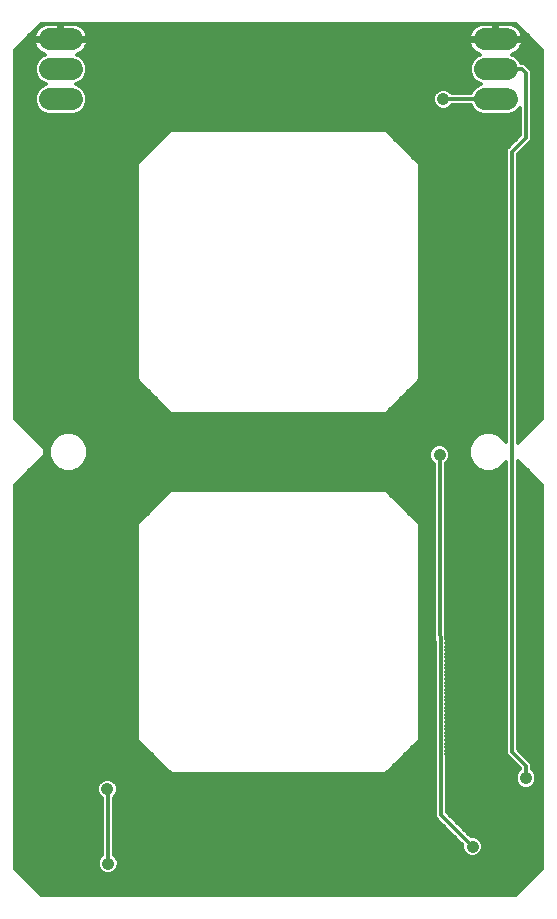
<source format=gbl>
G75*
%MOIN*%
%OFA0B0*%
%FSLAX25Y25*%
%IPPOS*%
%LPD*%
%AMOC8*
5,1,8,0,0,1.08239X$1,22.5*
%
%ADD10C,0.07400*%
%ADD11C,0.04165*%
%ADD12C,0.04362*%
%ADD13C,0.01200*%
D10*
X0030400Y0289100D02*
X0037800Y0289100D01*
X0037800Y0299100D02*
X0030400Y0299100D01*
X0030400Y0309100D02*
X0037800Y0309100D01*
X0175400Y0309100D02*
X0182800Y0309100D01*
X0182800Y0299100D02*
X0175400Y0299100D01*
X0175400Y0289100D02*
X0182800Y0289100D01*
D11*
X0161600Y0289100D03*
X0151600Y0186600D03*
X0160300Y0170600D03*
X0171600Y0181600D03*
X0151600Y0066600D03*
X0171600Y0049100D03*
X0171295Y0040045D03*
X0186600Y0031600D03*
X0189100Y0062850D03*
X0061600Y0066600D03*
X0049602Y0059100D03*
X0049800Y0034400D03*
X0031600Y0181600D03*
X0056600Y0186600D03*
X0061600Y0276600D03*
D12*
X0150350Y0155350D03*
X0026600Y0031600D03*
D13*
X0027511Y0023800D02*
X0018800Y0032511D01*
X0018800Y0160689D01*
X0028800Y0170689D01*
X0028800Y0172511D01*
X0027511Y0173800D01*
X0018800Y0182511D01*
X0018800Y0305689D01*
X0027511Y0314400D01*
X0185689Y0314400D01*
X0194400Y0305689D01*
X0194400Y0182511D01*
X0186400Y0174511D01*
X0186400Y0270772D01*
X0189928Y0274300D01*
X0191100Y0275472D01*
X0191100Y0298678D01*
X0189928Y0299850D01*
X0189850Y0299928D01*
X0188678Y0301100D01*
X0187492Y0301100D01*
X0187124Y0301989D01*
X0185689Y0303424D01*
X0184279Y0304008D01*
X0184834Y0304188D01*
X0185578Y0304567D01*
X0186253Y0305057D01*
X0186843Y0305647D01*
X0187333Y0306322D01*
X0187712Y0307066D01*
X0187969Y0307859D01*
X0188087Y0308600D01*
X0179600Y0308600D01*
X0179600Y0309600D01*
X0178600Y0309600D01*
X0178600Y0314400D01*
X0174983Y0314400D01*
X0174159Y0314269D01*
X0173366Y0314012D01*
X0172622Y0313633D01*
X0171947Y0313143D01*
X0171357Y0312553D01*
X0170867Y0311878D01*
X0170488Y0311134D01*
X0170230Y0310341D01*
X0170113Y0309600D01*
X0178600Y0309600D01*
X0178600Y0308600D01*
X0170113Y0308600D01*
X0170230Y0307859D01*
X0170488Y0307066D01*
X0170867Y0306322D01*
X0171357Y0305647D01*
X0171947Y0305057D01*
X0172622Y0304567D01*
X0173366Y0304188D01*
X0173921Y0304008D01*
X0172511Y0303424D01*
X0171076Y0301989D01*
X0170300Y0300114D01*
X0170300Y0298086D01*
X0171076Y0296211D01*
X0172511Y0294776D01*
X0174144Y0294100D01*
X0172511Y0293424D01*
X0171076Y0291989D01*
X0170708Y0291100D01*
X0164525Y0291100D01*
X0163573Y0292052D01*
X0162293Y0292583D01*
X0160907Y0292583D01*
X0159627Y0292052D01*
X0158648Y0291073D01*
X0158117Y0289793D01*
X0158117Y0288407D01*
X0158648Y0287127D01*
X0159627Y0286148D01*
X0160907Y0285617D01*
X0162293Y0285617D01*
X0163573Y0286148D01*
X0164525Y0287100D01*
X0170708Y0287100D01*
X0171076Y0286211D01*
X0172511Y0284776D01*
X0174386Y0284000D01*
X0183814Y0284000D01*
X0185689Y0284776D01*
X0187100Y0286188D01*
X0187100Y0277128D01*
X0183572Y0273600D01*
X0182400Y0272428D01*
X0182400Y0174844D01*
X0182195Y0175339D01*
X0180339Y0177195D01*
X0177913Y0178200D01*
X0175287Y0178200D01*
X0172861Y0177195D01*
X0171005Y0175339D01*
X0170000Y0172913D01*
X0170000Y0170287D01*
X0171005Y0167861D01*
X0172861Y0166005D01*
X0175287Y0165000D01*
X0177913Y0165000D01*
X0180339Y0166005D01*
X0182195Y0167861D01*
X0182400Y0168356D01*
X0182400Y0070772D01*
X0187100Y0066072D01*
X0187100Y0065775D01*
X0186148Y0064823D01*
X0185617Y0063543D01*
X0185617Y0062157D01*
X0186148Y0060877D01*
X0187127Y0059898D01*
X0188407Y0059367D01*
X0189793Y0059367D01*
X0191073Y0059898D01*
X0192052Y0060877D01*
X0192583Y0062157D01*
X0192583Y0063543D01*
X0192052Y0064823D01*
X0191100Y0065775D01*
X0191100Y0067728D01*
X0189928Y0068900D01*
X0186400Y0072428D01*
X0186400Y0168689D01*
X0194400Y0160689D01*
X0194400Y0032511D01*
X0185689Y0023800D01*
X0027511Y0023800D01*
X0027294Y0024017D02*
X0185906Y0024017D01*
X0187104Y0025215D02*
X0026096Y0025215D01*
X0024897Y0026414D02*
X0188303Y0026414D01*
X0189501Y0027612D02*
X0023699Y0027612D01*
X0022500Y0028811D02*
X0190700Y0028811D01*
X0191898Y0030009D02*
X0021302Y0030009D01*
X0020103Y0031208D02*
X0048406Y0031208D01*
X0047827Y0031448D02*
X0049107Y0030917D01*
X0050493Y0030917D01*
X0051773Y0031448D01*
X0052752Y0032427D01*
X0053283Y0033707D01*
X0053283Y0035093D01*
X0052752Y0036373D01*
X0051800Y0037325D01*
X0051800Y0056373D01*
X0052554Y0057127D01*
X0053085Y0058407D01*
X0053085Y0059793D01*
X0052554Y0061073D01*
X0051575Y0062052D01*
X0050295Y0062583D01*
X0048909Y0062583D01*
X0047629Y0062052D01*
X0046649Y0061073D01*
X0046119Y0059793D01*
X0046119Y0058407D01*
X0046649Y0057127D01*
X0047629Y0056148D01*
X0047800Y0056077D01*
X0047800Y0037325D01*
X0046848Y0036373D01*
X0046317Y0035093D01*
X0046317Y0033707D01*
X0046848Y0032427D01*
X0047827Y0031448D01*
X0046868Y0032406D02*
X0018905Y0032406D01*
X0018800Y0033605D02*
X0046360Y0033605D01*
X0046317Y0034803D02*
X0018800Y0034803D01*
X0018800Y0036002D02*
X0046694Y0036002D01*
X0047675Y0037201D02*
X0018800Y0037201D01*
X0018800Y0038399D02*
X0047800Y0038399D01*
X0047800Y0039598D02*
X0018800Y0039598D01*
X0018800Y0040796D02*
X0047800Y0040796D01*
X0047800Y0041995D02*
X0018800Y0041995D01*
X0018800Y0043193D02*
X0047800Y0043193D01*
X0047800Y0044392D02*
X0018800Y0044392D01*
X0018800Y0045590D02*
X0047800Y0045590D01*
X0047800Y0046789D02*
X0018800Y0046789D01*
X0018800Y0047987D02*
X0047800Y0047987D01*
X0047800Y0049186D02*
X0018800Y0049186D01*
X0018800Y0050384D02*
X0047800Y0050384D01*
X0047800Y0051583D02*
X0018800Y0051583D01*
X0018800Y0052781D02*
X0047800Y0052781D01*
X0047800Y0053980D02*
X0018800Y0053980D01*
X0018800Y0055178D02*
X0047800Y0055178D01*
X0047400Y0056377D02*
X0018800Y0056377D01*
X0018800Y0057575D02*
X0046464Y0057575D01*
X0046119Y0058774D02*
X0018800Y0058774D01*
X0018800Y0059972D02*
X0046194Y0059972D01*
X0046747Y0061171D02*
X0018800Y0061171D01*
X0018800Y0062369D02*
X0048394Y0062369D01*
X0050810Y0062369D02*
X0158634Y0062369D01*
X0158637Y0061171D02*
X0052456Y0061171D01*
X0053010Y0059972D02*
X0158641Y0059972D01*
X0158645Y0058774D02*
X0053085Y0058774D01*
X0052740Y0057575D02*
X0158649Y0057575D01*
X0158652Y0056377D02*
X0051804Y0056377D01*
X0051800Y0055178D02*
X0158656Y0055178D01*
X0158660Y0053980D02*
X0051800Y0053980D01*
X0051800Y0052781D02*
X0158663Y0052781D01*
X0158667Y0051583D02*
X0051800Y0051583D01*
X0051800Y0050384D02*
X0158670Y0050384D01*
X0158670Y0050665D02*
X0158670Y0049841D01*
X0158672Y0049839D01*
X0158672Y0049835D01*
X0159258Y0049253D01*
X0167812Y0040699D01*
X0167812Y0039352D01*
X0168342Y0038072D01*
X0169322Y0037092D01*
X0170602Y0036562D01*
X0171988Y0036562D01*
X0173268Y0037092D01*
X0174247Y0038072D01*
X0174778Y0039352D01*
X0174778Y0040738D01*
X0174247Y0042018D01*
X0173268Y0042997D01*
X0171988Y0043528D01*
X0170641Y0043528D01*
X0162667Y0051501D01*
X0162309Y0167684D01*
X0163252Y0168627D01*
X0163783Y0169907D01*
X0163783Y0171293D01*
X0163252Y0172573D01*
X0162273Y0173552D01*
X0160993Y0174083D01*
X0159607Y0174083D01*
X0158327Y0173552D01*
X0157348Y0172573D01*
X0156817Y0171293D01*
X0156817Y0169907D01*
X0157348Y0168627D01*
X0158309Y0167666D01*
X0158670Y0050665D01*
X0159326Y0049186D02*
X0051800Y0049186D01*
X0051800Y0047987D02*
X0160524Y0047987D01*
X0161723Y0046789D02*
X0051800Y0046789D01*
X0051800Y0045590D02*
X0162921Y0045590D01*
X0164120Y0044392D02*
X0051800Y0044392D01*
X0051800Y0043193D02*
X0165318Y0043193D01*
X0166517Y0041995D02*
X0051800Y0041995D01*
X0051800Y0040796D02*
X0167715Y0040796D01*
X0167812Y0039598D02*
X0051800Y0039598D01*
X0051800Y0038399D02*
X0168207Y0038399D01*
X0169214Y0037201D02*
X0051925Y0037201D01*
X0052906Y0036002D02*
X0194400Y0036002D01*
X0194400Y0034803D02*
X0053283Y0034803D01*
X0053240Y0033605D02*
X0194400Y0033605D01*
X0194295Y0032406D02*
X0052732Y0032406D01*
X0051194Y0031208D02*
X0193097Y0031208D01*
X0194400Y0037201D02*
X0173376Y0037201D01*
X0174383Y0038399D02*
X0194400Y0038399D01*
X0194400Y0039598D02*
X0174778Y0039598D01*
X0174753Y0040796D02*
X0194400Y0040796D01*
X0194400Y0041995D02*
X0174257Y0041995D01*
X0172795Y0043193D02*
X0194400Y0043193D01*
X0194400Y0044392D02*
X0169777Y0044392D01*
X0168578Y0045590D02*
X0194400Y0045590D01*
X0194400Y0046789D02*
X0167380Y0046789D01*
X0166181Y0047987D02*
X0194400Y0047987D01*
X0194400Y0049186D02*
X0164983Y0049186D01*
X0163784Y0050384D02*
X0194400Y0050384D01*
X0194400Y0051583D02*
X0162667Y0051583D01*
X0162663Y0052781D02*
X0194400Y0052781D01*
X0194400Y0053980D02*
X0162660Y0053980D01*
X0162656Y0055178D02*
X0194400Y0055178D01*
X0194400Y0056377D02*
X0162652Y0056377D01*
X0162649Y0057575D02*
X0194400Y0057575D01*
X0194400Y0058774D02*
X0162645Y0058774D01*
X0162641Y0059972D02*
X0187053Y0059972D01*
X0186026Y0061171D02*
X0162638Y0061171D01*
X0162634Y0062369D02*
X0185617Y0062369D01*
X0185628Y0063568D02*
X0162630Y0063568D01*
X0162626Y0064766D02*
X0186124Y0064766D01*
X0187100Y0065965D02*
X0162623Y0065965D01*
X0162619Y0067163D02*
X0186008Y0067163D01*
X0184810Y0068362D02*
X0162615Y0068362D01*
X0162612Y0069560D02*
X0183611Y0069560D01*
X0182413Y0070759D02*
X0162608Y0070759D01*
X0162604Y0071957D02*
X0182400Y0071957D01*
X0182400Y0073156D02*
X0162601Y0073156D01*
X0162597Y0074354D02*
X0182400Y0074354D01*
X0182400Y0075553D02*
X0162593Y0075553D01*
X0162589Y0076751D02*
X0182400Y0076751D01*
X0182400Y0077950D02*
X0162586Y0077950D01*
X0162582Y0079148D02*
X0182400Y0079148D01*
X0182400Y0080347D02*
X0162578Y0080347D01*
X0162575Y0081545D02*
X0182400Y0081545D01*
X0182400Y0082744D02*
X0162571Y0082744D01*
X0162567Y0083942D02*
X0182400Y0083942D01*
X0182400Y0085141D02*
X0162564Y0085141D01*
X0162560Y0086339D02*
X0182400Y0086339D01*
X0182400Y0087538D02*
X0162556Y0087538D01*
X0162552Y0088737D02*
X0182400Y0088737D01*
X0182400Y0089935D02*
X0162549Y0089935D01*
X0162545Y0091134D02*
X0182400Y0091134D01*
X0182400Y0092332D02*
X0162541Y0092332D01*
X0162538Y0093531D02*
X0182400Y0093531D01*
X0182400Y0094729D02*
X0162534Y0094729D01*
X0162530Y0095928D02*
X0182400Y0095928D01*
X0182400Y0097126D02*
X0162527Y0097126D01*
X0162523Y0098325D02*
X0182400Y0098325D01*
X0182400Y0099523D02*
X0162519Y0099523D01*
X0162516Y0100722D02*
X0182400Y0100722D01*
X0182400Y0101920D02*
X0162512Y0101920D01*
X0162508Y0103119D02*
X0182400Y0103119D01*
X0182400Y0104317D02*
X0162504Y0104317D01*
X0162501Y0105516D02*
X0182400Y0105516D01*
X0182400Y0106714D02*
X0162497Y0106714D01*
X0162493Y0107913D02*
X0182400Y0107913D01*
X0182400Y0109111D02*
X0162490Y0109111D01*
X0162486Y0110310D02*
X0182400Y0110310D01*
X0182400Y0111508D02*
X0162482Y0111508D01*
X0162479Y0112707D02*
X0182400Y0112707D01*
X0182400Y0113905D02*
X0162475Y0113905D01*
X0162471Y0115104D02*
X0182400Y0115104D01*
X0182400Y0116302D02*
X0162467Y0116302D01*
X0162464Y0117501D02*
X0182400Y0117501D01*
X0182400Y0118699D02*
X0162460Y0118699D01*
X0162456Y0119898D02*
X0182400Y0119898D01*
X0182400Y0121096D02*
X0162453Y0121096D01*
X0162449Y0122295D02*
X0182400Y0122295D01*
X0182400Y0123493D02*
X0162445Y0123493D01*
X0162442Y0124692D02*
X0182400Y0124692D01*
X0182400Y0125890D02*
X0162438Y0125890D01*
X0162434Y0127089D02*
X0182400Y0127089D01*
X0182400Y0128287D02*
X0162430Y0128287D01*
X0162427Y0129486D02*
X0182400Y0129486D01*
X0182400Y0130684D02*
X0162423Y0130684D01*
X0162419Y0131883D02*
X0182400Y0131883D01*
X0182400Y0133081D02*
X0162416Y0133081D01*
X0162412Y0134280D02*
X0182400Y0134280D01*
X0182400Y0135478D02*
X0162408Y0135478D01*
X0162405Y0136677D02*
X0182400Y0136677D01*
X0182400Y0137875D02*
X0162401Y0137875D01*
X0162397Y0139074D02*
X0182400Y0139074D01*
X0182400Y0140272D02*
X0162394Y0140272D01*
X0162390Y0141471D02*
X0182400Y0141471D01*
X0182400Y0142670D02*
X0162386Y0142670D01*
X0162382Y0143868D02*
X0182400Y0143868D01*
X0182400Y0145067D02*
X0162379Y0145067D01*
X0162375Y0146265D02*
X0182400Y0146265D01*
X0182400Y0147464D02*
X0162371Y0147464D01*
X0162368Y0148662D02*
X0182400Y0148662D01*
X0182400Y0149861D02*
X0162364Y0149861D01*
X0162360Y0151059D02*
X0182400Y0151059D01*
X0182400Y0152258D02*
X0162357Y0152258D01*
X0162353Y0153456D02*
X0182400Y0153456D01*
X0182400Y0154655D02*
X0162349Y0154655D01*
X0162345Y0155853D02*
X0182400Y0155853D01*
X0182400Y0157052D02*
X0162342Y0157052D01*
X0162338Y0158250D02*
X0182400Y0158250D01*
X0182400Y0159449D02*
X0162334Y0159449D01*
X0162331Y0160647D02*
X0182400Y0160647D01*
X0182400Y0161846D02*
X0162327Y0161846D01*
X0162323Y0163044D02*
X0182400Y0163044D01*
X0182400Y0164243D02*
X0162320Y0164243D01*
X0162316Y0165441D02*
X0174222Y0165441D01*
X0172226Y0166640D02*
X0162312Y0166640D01*
X0162463Y0167838D02*
X0171028Y0167838D01*
X0170518Y0169037D02*
X0163422Y0169037D01*
X0163783Y0170235D02*
X0170021Y0170235D01*
X0170000Y0171434D02*
X0163724Y0171434D01*
X0163193Y0172632D02*
X0170000Y0172632D01*
X0170380Y0173831D02*
X0161601Y0173831D01*
X0158999Y0173831D02*
X0042820Y0173831D01*
X0043200Y0172913D02*
X0042195Y0175339D01*
X0040339Y0177195D01*
X0037913Y0178200D01*
X0035287Y0178200D01*
X0032861Y0177195D01*
X0031005Y0175339D01*
X0030000Y0172913D01*
X0030000Y0170287D01*
X0031005Y0167861D01*
X0032861Y0166005D01*
X0035287Y0165000D01*
X0037913Y0165000D01*
X0040339Y0166005D01*
X0042195Y0167861D01*
X0043200Y0170287D01*
X0043200Y0172913D01*
X0043200Y0172632D02*
X0157407Y0172632D01*
X0156876Y0171434D02*
X0043200Y0171434D01*
X0043178Y0170235D02*
X0156817Y0170235D01*
X0157178Y0169037D02*
X0042682Y0169037D01*
X0042172Y0167838D02*
X0158136Y0167838D01*
X0158312Y0166640D02*
X0040974Y0166640D01*
X0038978Y0165441D02*
X0158316Y0165441D01*
X0158320Y0164243D02*
X0022354Y0164243D01*
X0023552Y0165441D02*
X0034222Y0165441D01*
X0032226Y0166640D02*
X0024751Y0166640D01*
X0025950Y0167838D02*
X0031028Y0167838D01*
X0030518Y0169037D02*
X0027148Y0169037D01*
X0028347Y0170235D02*
X0030021Y0170235D01*
X0030000Y0171434D02*
X0028800Y0171434D01*
X0028679Y0172632D02*
X0030000Y0172632D01*
X0030380Y0173831D02*
X0027480Y0173831D01*
X0027511Y0173800D02*
X0027511Y0173800D01*
X0026282Y0175029D02*
X0030877Y0175029D01*
X0031894Y0176228D02*
X0025083Y0176228D01*
X0023885Y0177426D02*
X0033419Y0177426D01*
X0039781Y0177426D02*
X0173419Y0177426D01*
X0171894Y0176228D02*
X0041306Y0176228D01*
X0042323Y0175029D02*
X0170877Y0175029D01*
X0179781Y0177426D02*
X0182400Y0177426D01*
X0182400Y0176228D02*
X0181306Y0176228D01*
X0182323Y0175029D02*
X0182400Y0175029D01*
X0182400Y0178625D02*
X0022686Y0178625D01*
X0021488Y0179823D02*
X0182400Y0179823D01*
X0182400Y0181022D02*
X0020289Y0181022D01*
X0019091Y0182220D02*
X0182400Y0182220D01*
X0182400Y0183419D02*
X0018800Y0183419D01*
X0018800Y0184617D02*
X0070471Y0184617D01*
X0070689Y0184400D02*
X0072511Y0184400D01*
X0140689Y0184400D01*
X0142511Y0184400D01*
X0152511Y0194400D01*
X0153800Y0195689D01*
X0153800Y0267511D01*
X0142511Y0278800D01*
X0070689Y0278800D01*
X0069400Y0277511D01*
X0060689Y0268800D01*
X0059400Y0267511D01*
X0059400Y0195689D01*
X0070689Y0184400D01*
X0069273Y0185816D02*
X0018800Y0185816D01*
X0018800Y0187014D02*
X0068074Y0187014D01*
X0066876Y0188213D02*
X0018800Y0188213D01*
X0018800Y0189411D02*
X0065677Y0189411D01*
X0064479Y0190610D02*
X0018800Y0190610D01*
X0018800Y0191808D02*
X0063280Y0191808D01*
X0062082Y0193007D02*
X0018800Y0193007D01*
X0018800Y0194205D02*
X0060883Y0194205D01*
X0059685Y0195404D02*
X0018800Y0195404D01*
X0018800Y0196603D02*
X0059400Y0196603D01*
X0059400Y0197801D02*
X0018800Y0197801D01*
X0018800Y0199000D02*
X0059400Y0199000D01*
X0059400Y0200198D02*
X0018800Y0200198D01*
X0018800Y0201397D02*
X0059400Y0201397D01*
X0059400Y0202595D02*
X0018800Y0202595D01*
X0018800Y0203794D02*
X0059400Y0203794D01*
X0059400Y0204992D02*
X0018800Y0204992D01*
X0018800Y0206191D02*
X0059400Y0206191D01*
X0059400Y0207389D02*
X0018800Y0207389D01*
X0018800Y0208588D02*
X0059400Y0208588D01*
X0059400Y0209786D02*
X0018800Y0209786D01*
X0018800Y0210985D02*
X0059400Y0210985D01*
X0059400Y0212183D02*
X0018800Y0212183D01*
X0018800Y0213382D02*
X0059400Y0213382D01*
X0059400Y0214580D02*
X0018800Y0214580D01*
X0018800Y0215779D02*
X0059400Y0215779D01*
X0059400Y0216977D02*
X0018800Y0216977D01*
X0018800Y0218176D02*
X0059400Y0218176D01*
X0059400Y0219374D02*
X0018800Y0219374D01*
X0018800Y0220573D02*
X0059400Y0220573D01*
X0059400Y0221771D02*
X0018800Y0221771D01*
X0018800Y0222970D02*
X0059400Y0222970D01*
X0059400Y0224168D02*
X0018800Y0224168D01*
X0018800Y0225367D02*
X0059400Y0225367D01*
X0059400Y0226565D02*
X0018800Y0226565D01*
X0018800Y0227764D02*
X0059400Y0227764D01*
X0059400Y0228962D02*
X0018800Y0228962D01*
X0018800Y0230161D02*
X0059400Y0230161D01*
X0059400Y0231359D02*
X0018800Y0231359D01*
X0018800Y0232558D02*
X0059400Y0232558D01*
X0059400Y0233756D02*
X0018800Y0233756D01*
X0018800Y0234955D02*
X0059400Y0234955D01*
X0059400Y0236153D02*
X0018800Y0236153D01*
X0018800Y0237352D02*
X0059400Y0237352D01*
X0059400Y0238550D02*
X0018800Y0238550D01*
X0018800Y0239749D02*
X0059400Y0239749D01*
X0059400Y0240947D02*
X0018800Y0240947D01*
X0018800Y0242146D02*
X0059400Y0242146D01*
X0059400Y0243344D02*
X0018800Y0243344D01*
X0018800Y0244543D02*
X0059400Y0244543D01*
X0059400Y0245741D02*
X0018800Y0245741D01*
X0018800Y0246940D02*
X0059400Y0246940D01*
X0059400Y0248139D02*
X0018800Y0248139D01*
X0018800Y0249337D02*
X0059400Y0249337D01*
X0059400Y0250536D02*
X0018800Y0250536D01*
X0018800Y0251734D02*
X0059400Y0251734D01*
X0059400Y0252933D02*
X0018800Y0252933D01*
X0018800Y0254131D02*
X0059400Y0254131D01*
X0059400Y0255330D02*
X0018800Y0255330D01*
X0018800Y0256528D02*
X0059400Y0256528D01*
X0059400Y0257727D02*
X0018800Y0257727D01*
X0018800Y0258925D02*
X0059400Y0258925D01*
X0059400Y0260124D02*
X0018800Y0260124D01*
X0018800Y0261322D02*
X0059400Y0261322D01*
X0059400Y0262521D02*
X0018800Y0262521D01*
X0018800Y0263719D02*
X0059400Y0263719D01*
X0059400Y0264918D02*
X0018800Y0264918D01*
X0018800Y0266116D02*
X0059400Y0266116D01*
X0059400Y0267315D02*
X0018800Y0267315D01*
X0018800Y0268513D02*
X0060402Y0268513D01*
X0061600Y0269712D02*
X0018800Y0269712D01*
X0018800Y0270910D02*
X0062799Y0270910D01*
X0063997Y0272109D02*
X0018800Y0272109D01*
X0018800Y0273307D02*
X0065196Y0273307D01*
X0066394Y0274506D02*
X0018800Y0274506D01*
X0018800Y0275704D02*
X0067593Y0275704D01*
X0068792Y0276903D02*
X0018800Y0276903D01*
X0018800Y0278101D02*
X0069990Y0278101D01*
X0042900Y0288086D02*
X0042900Y0290114D01*
X0042124Y0291989D01*
X0040689Y0293424D01*
X0039056Y0294100D01*
X0040689Y0294776D01*
X0042124Y0296211D01*
X0042900Y0298086D01*
X0042900Y0300114D01*
X0042124Y0301989D01*
X0040689Y0303424D01*
X0039279Y0304008D01*
X0039834Y0304188D01*
X0040578Y0304567D01*
X0041253Y0305057D01*
X0041843Y0305647D01*
X0042333Y0306322D01*
X0042712Y0307066D01*
X0042969Y0307859D01*
X0043087Y0308600D01*
X0034600Y0308600D01*
X0034600Y0309600D01*
X0033600Y0309600D01*
X0033600Y0314400D01*
X0029983Y0314400D01*
X0029159Y0314269D01*
X0028366Y0314012D01*
X0027622Y0313633D01*
X0026947Y0313143D01*
X0026357Y0312553D01*
X0025867Y0311878D01*
X0025488Y0311134D01*
X0025230Y0310341D01*
X0025113Y0309600D01*
X0033600Y0309600D01*
X0033600Y0308600D01*
X0025113Y0308600D01*
X0025230Y0307859D01*
X0025488Y0307066D01*
X0025867Y0306322D01*
X0026357Y0305647D01*
X0026947Y0305057D01*
X0027622Y0304567D01*
X0028366Y0304188D01*
X0028921Y0304008D01*
X0027511Y0303424D01*
X0026076Y0301989D01*
X0025300Y0300114D01*
X0025300Y0298086D01*
X0026076Y0296211D01*
X0027511Y0294776D01*
X0029144Y0294100D01*
X0027511Y0293424D01*
X0026076Y0291989D01*
X0025300Y0290114D01*
X0025300Y0288086D01*
X0026076Y0286211D01*
X0027511Y0284776D01*
X0029386Y0284000D01*
X0038814Y0284000D01*
X0040689Y0284776D01*
X0042124Y0286211D01*
X0042900Y0288086D01*
X0042736Y0287689D02*
X0158415Y0287689D01*
X0158117Y0288888D02*
X0042900Y0288888D01*
X0042900Y0290086D02*
X0158239Y0290086D01*
X0158860Y0291285D02*
X0042415Y0291285D01*
X0041629Y0292483D02*
X0160668Y0292483D01*
X0162532Y0292483D02*
X0171571Y0292483D01*
X0170785Y0291285D02*
X0164340Y0291285D01*
X0161600Y0289100D02*
X0179100Y0289100D01*
X0184041Y0284094D02*
X0187100Y0284094D01*
X0187100Y0285292D02*
X0186205Y0285292D01*
X0187100Y0282895D02*
X0018800Y0282895D01*
X0018800Y0281697D02*
X0187100Y0281697D01*
X0187100Y0280498D02*
X0018800Y0280498D01*
X0018800Y0279300D02*
X0187100Y0279300D01*
X0187100Y0278101D02*
X0143210Y0278101D01*
X0144408Y0276903D02*
X0186874Y0276903D01*
X0185676Y0275704D02*
X0145607Y0275704D01*
X0146805Y0274506D02*
X0184477Y0274506D01*
X0183279Y0273307D02*
X0148004Y0273307D01*
X0149203Y0272109D02*
X0182400Y0272109D01*
X0182400Y0270910D02*
X0150401Y0270910D01*
X0151600Y0269712D02*
X0182400Y0269712D01*
X0182400Y0268513D02*
X0152798Y0268513D01*
X0153800Y0267315D02*
X0182400Y0267315D01*
X0182400Y0266116D02*
X0153800Y0266116D01*
X0153800Y0264918D02*
X0182400Y0264918D01*
X0182400Y0263719D02*
X0153800Y0263719D01*
X0153800Y0262521D02*
X0182400Y0262521D01*
X0182400Y0261322D02*
X0153800Y0261322D01*
X0153800Y0260124D02*
X0182400Y0260124D01*
X0182400Y0258925D02*
X0153800Y0258925D01*
X0153800Y0257727D02*
X0182400Y0257727D01*
X0182400Y0256528D02*
X0153800Y0256528D01*
X0153800Y0255330D02*
X0182400Y0255330D01*
X0182400Y0254131D02*
X0153800Y0254131D01*
X0153800Y0252933D02*
X0182400Y0252933D01*
X0182400Y0251734D02*
X0153800Y0251734D01*
X0153800Y0250536D02*
X0182400Y0250536D01*
X0182400Y0249337D02*
X0153800Y0249337D01*
X0153800Y0248139D02*
X0182400Y0248139D01*
X0182400Y0246940D02*
X0153800Y0246940D01*
X0153800Y0245741D02*
X0182400Y0245741D01*
X0182400Y0244543D02*
X0153800Y0244543D01*
X0153800Y0243344D02*
X0182400Y0243344D01*
X0182400Y0242146D02*
X0153800Y0242146D01*
X0153800Y0240947D02*
X0182400Y0240947D01*
X0182400Y0239749D02*
X0153800Y0239749D01*
X0153800Y0238550D02*
X0182400Y0238550D01*
X0182400Y0237352D02*
X0153800Y0237352D01*
X0153800Y0236153D02*
X0182400Y0236153D01*
X0182400Y0234955D02*
X0153800Y0234955D01*
X0153800Y0233756D02*
X0182400Y0233756D01*
X0182400Y0232558D02*
X0153800Y0232558D01*
X0153800Y0231359D02*
X0182400Y0231359D01*
X0182400Y0230161D02*
X0153800Y0230161D01*
X0153800Y0228962D02*
X0182400Y0228962D01*
X0182400Y0227764D02*
X0153800Y0227764D01*
X0153800Y0226565D02*
X0182400Y0226565D01*
X0182400Y0225367D02*
X0153800Y0225367D01*
X0153800Y0224168D02*
X0182400Y0224168D01*
X0182400Y0222970D02*
X0153800Y0222970D01*
X0153800Y0221771D02*
X0182400Y0221771D01*
X0182400Y0220573D02*
X0153800Y0220573D01*
X0153800Y0219374D02*
X0182400Y0219374D01*
X0182400Y0218176D02*
X0153800Y0218176D01*
X0153800Y0216977D02*
X0182400Y0216977D01*
X0182400Y0215779D02*
X0153800Y0215779D01*
X0153800Y0214580D02*
X0182400Y0214580D01*
X0182400Y0213382D02*
X0153800Y0213382D01*
X0153800Y0212183D02*
X0182400Y0212183D01*
X0182400Y0210985D02*
X0153800Y0210985D01*
X0153800Y0209786D02*
X0182400Y0209786D01*
X0182400Y0208588D02*
X0153800Y0208588D01*
X0153800Y0207389D02*
X0182400Y0207389D01*
X0182400Y0206191D02*
X0153800Y0206191D01*
X0153800Y0204992D02*
X0182400Y0204992D01*
X0182400Y0203794D02*
X0153800Y0203794D01*
X0153800Y0202595D02*
X0182400Y0202595D01*
X0182400Y0201397D02*
X0153800Y0201397D01*
X0153800Y0200198D02*
X0182400Y0200198D01*
X0182400Y0199000D02*
X0153800Y0199000D01*
X0153800Y0197801D02*
X0182400Y0197801D01*
X0182400Y0196603D02*
X0153800Y0196603D01*
X0153515Y0195404D02*
X0182400Y0195404D01*
X0182400Y0194205D02*
X0152317Y0194205D01*
X0151118Y0193007D02*
X0182400Y0193007D01*
X0182400Y0191808D02*
X0149920Y0191808D01*
X0148721Y0190610D02*
X0182400Y0190610D01*
X0182400Y0189411D02*
X0147523Y0189411D01*
X0146324Y0188213D02*
X0182400Y0188213D01*
X0182400Y0187014D02*
X0145126Y0187014D01*
X0143927Y0185816D02*
X0182400Y0185816D01*
X0182400Y0184617D02*
X0142729Y0184617D01*
X0158323Y0163044D02*
X0021155Y0163044D01*
X0019957Y0161846D02*
X0158327Y0161846D01*
X0158331Y0160647D02*
X0018800Y0160647D01*
X0018800Y0159449D02*
X0158334Y0159449D01*
X0158338Y0158250D02*
X0143061Y0158250D01*
X0142511Y0158800D02*
X0143800Y0157511D01*
X0153800Y0147511D01*
X0153800Y0075689D01*
X0152511Y0074400D01*
X0142511Y0064400D01*
X0070689Y0064400D01*
X0069400Y0065689D01*
X0059400Y0075689D01*
X0059400Y0147511D01*
X0060689Y0148800D01*
X0069400Y0157511D01*
X0069400Y0157511D01*
X0070689Y0158800D01*
X0142511Y0158800D01*
X0144260Y0157052D02*
X0158342Y0157052D01*
X0158345Y0155853D02*
X0145458Y0155853D01*
X0146657Y0154655D02*
X0158349Y0154655D01*
X0158353Y0153456D02*
X0147855Y0153456D01*
X0149054Y0152258D02*
X0158357Y0152258D01*
X0158360Y0151059D02*
X0150252Y0151059D01*
X0151451Y0149861D02*
X0158364Y0149861D01*
X0158368Y0148662D02*
X0152649Y0148662D01*
X0153800Y0147464D02*
X0158371Y0147464D01*
X0158375Y0146265D02*
X0153800Y0146265D01*
X0153800Y0145067D02*
X0158379Y0145067D01*
X0158382Y0143868D02*
X0153800Y0143868D01*
X0153800Y0142670D02*
X0158386Y0142670D01*
X0158390Y0141471D02*
X0153800Y0141471D01*
X0153800Y0140272D02*
X0158394Y0140272D01*
X0158397Y0139074D02*
X0153800Y0139074D01*
X0153800Y0137875D02*
X0158401Y0137875D01*
X0158405Y0136677D02*
X0153800Y0136677D01*
X0153800Y0135478D02*
X0158408Y0135478D01*
X0158412Y0134280D02*
X0153800Y0134280D01*
X0153800Y0133081D02*
X0158416Y0133081D01*
X0158419Y0131883D02*
X0153800Y0131883D01*
X0153800Y0130684D02*
X0158423Y0130684D01*
X0158427Y0129486D02*
X0153800Y0129486D01*
X0153800Y0128287D02*
X0158430Y0128287D01*
X0158434Y0127089D02*
X0153800Y0127089D01*
X0153800Y0125890D02*
X0158438Y0125890D01*
X0158442Y0124692D02*
X0153800Y0124692D01*
X0153800Y0123493D02*
X0158445Y0123493D01*
X0158449Y0122295D02*
X0153800Y0122295D01*
X0153800Y0121096D02*
X0158453Y0121096D01*
X0158456Y0119898D02*
X0153800Y0119898D01*
X0153800Y0118699D02*
X0158460Y0118699D01*
X0158464Y0117501D02*
X0153800Y0117501D01*
X0153800Y0116302D02*
X0158467Y0116302D01*
X0158471Y0115104D02*
X0153800Y0115104D01*
X0153800Y0113905D02*
X0158475Y0113905D01*
X0158479Y0112707D02*
X0153800Y0112707D01*
X0153800Y0111508D02*
X0158482Y0111508D01*
X0158486Y0110310D02*
X0153800Y0110310D01*
X0153800Y0109111D02*
X0158490Y0109111D01*
X0158493Y0107913D02*
X0153800Y0107913D01*
X0153800Y0106714D02*
X0158497Y0106714D01*
X0158501Y0105516D02*
X0153800Y0105516D01*
X0153800Y0104317D02*
X0158504Y0104317D01*
X0158508Y0103119D02*
X0153800Y0103119D01*
X0153800Y0101920D02*
X0158512Y0101920D01*
X0158516Y0100722D02*
X0153800Y0100722D01*
X0153800Y0099523D02*
X0158519Y0099523D01*
X0158523Y0098325D02*
X0153800Y0098325D01*
X0153800Y0097126D02*
X0158527Y0097126D01*
X0158530Y0095928D02*
X0153800Y0095928D01*
X0153800Y0094729D02*
X0158534Y0094729D01*
X0158538Y0093531D02*
X0153800Y0093531D01*
X0153800Y0092332D02*
X0158541Y0092332D01*
X0158545Y0091134D02*
X0153800Y0091134D01*
X0153800Y0089935D02*
X0158549Y0089935D01*
X0158552Y0088737D02*
X0153800Y0088737D01*
X0153800Y0087538D02*
X0158556Y0087538D01*
X0158560Y0086339D02*
X0153800Y0086339D01*
X0153800Y0085141D02*
X0158564Y0085141D01*
X0158567Y0083942D02*
X0153800Y0083942D01*
X0153800Y0082744D02*
X0158571Y0082744D01*
X0158575Y0081545D02*
X0153800Y0081545D01*
X0153800Y0080347D02*
X0158578Y0080347D01*
X0158582Y0079148D02*
X0153800Y0079148D01*
X0153800Y0077950D02*
X0158586Y0077950D01*
X0158589Y0076751D02*
X0153800Y0076751D01*
X0153664Y0075553D02*
X0158593Y0075553D01*
X0158597Y0074354D02*
X0152466Y0074354D01*
X0151267Y0073156D02*
X0158601Y0073156D01*
X0158604Y0071957D02*
X0150069Y0071957D01*
X0148870Y0070759D02*
X0158608Y0070759D01*
X0158612Y0069560D02*
X0147672Y0069560D01*
X0146473Y0068362D02*
X0158615Y0068362D01*
X0158619Y0067163D02*
X0145275Y0067163D01*
X0144076Y0065965D02*
X0158623Y0065965D01*
X0158626Y0064766D02*
X0142878Y0064766D01*
X0158630Y0063568D02*
X0018800Y0063568D01*
X0018800Y0064766D02*
X0070322Y0064766D01*
X0069124Y0065965D02*
X0018800Y0065965D01*
X0018800Y0067163D02*
X0067925Y0067163D01*
X0066727Y0068362D02*
X0018800Y0068362D01*
X0018800Y0069560D02*
X0065528Y0069560D01*
X0064330Y0070759D02*
X0018800Y0070759D01*
X0018800Y0071957D02*
X0063131Y0071957D01*
X0061933Y0073156D02*
X0018800Y0073156D01*
X0018800Y0074354D02*
X0060734Y0074354D01*
X0059536Y0075553D02*
X0018800Y0075553D01*
X0018800Y0076751D02*
X0059400Y0076751D01*
X0059400Y0077950D02*
X0018800Y0077950D01*
X0018800Y0079148D02*
X0059400Y0079148D01*
X0059400Y0080347D02*
X0018800Y0080347D01*
X0018800Y0081545D02*
X0059400Y0081545D01*
X0059400Y0082744D02*
X0018800Y0082744D01*
X0018800Y0083942D02*
X0059400Y0083942D01*
X0059400Y0085141D02*
X0018800Y0085141D01*
X0018800Y0086339D02*
X0059400Y0086339D01*
X0059400Y0087538D02*
X0018800Y0087538D01*
X0018800Y0088737D02*
X0059400Y0088737D01*
X0059400Y0089935D02*
X0018800Y0089935D01*
X0018800Y0091134D02*
X0059400Y0091134D01*
X0059400Y0092332D02*
X0018800Y0092332D01*
X0018800Y0093531D02*
X0059400Y0093531D01*
X0059400Y0094729D02*
X0018800Y0094729D01*
X0018800Y0095928D02*
X0059400Y0095928D01*
X0059400Y0097126D02*
X0018800Y0097126D01*
X0018800Y0098325D02*
X0059400Y0098325D01*
X0059400Y0099523D02*
X0018800Y0099523D01*
X0018800Y0100722D02*
X0059400Y0100722D01*
X0059400Y0101920D02*
X0018800Y0101920D01*
X0018800Y0103119D02*
X0059400Y0103119D01*
X0059400Y0104317D02*
X0018800Y0104317D01*
X0018800Y0105516D02*
X0059400Y0105516D01*
X0059400Y0106714D02*
X0018800Y0106714D01*
X0018800Y0107913D02*
X0059400Y0107913D01*
X0059400Y0109111D02*
X0018800Y0109111D01*
X0018800Y0110310D02*
X0059400Y0110310D01*
X0059400Y0111508D02*
X0018800Y0111508D01*
X0018800Y0112707D02*
X0059400Y0112707D01*
X0059400Y0113905D02*
X0018800Y0113905D01*
X0018800Y0115104D02*
X0059400Y0115104D01*
X0059400Y0116302D02*
X0018800Y0116302D01*
X0018800Y0117501D02*
X0059400Y0117501D01*
X0059400Y0118699D02*
X0018800Y0118699D01*
X0018800Y0119898D02*
X0059400Y0119898D01*
X0059400Y0121096D02*
X0018800Y0121096D01*
X0018800Y0122295D02*
X0059400Y0122295D01*
X0059400Y0123493D02*
X0018800Y0123493D01*
X0018800Y0124692D02*
X0059400Y0124692D01*
X0059400Y0125890D02*
X0018800Y0125890D01*
X0018800Y0127089D02*
X0059400Y0127089D01*
X0059400Y0128287D02*
X0018800Y0128287D01*
X0018800Y0129486D02*
X0059400Y0129486D01*
X0059400Y0130684D02*
X0018800Y0130684D01*
X0018800Y0131883D02*
X0059400Y0131883D01*
X0059400Y0133081D02*
X0018800Y0133081D01*
X0018800Y0134280D02*
X0059400Y0134280D01*
X0059400Y0135478D02*
X0018800Y0135478D01*
X0018800Y0136677D02*
X0059400Y0136677D01*
X0059400Y0137875D02*
X0018800Y0137875D01*
X0018800Y0139074D02*
X0059400Y0139074D01*
X0059400Y0140272D02*
X0018800Y0140272D01*
X0018800Y0141471D02*
X0059400Y0141471D01*
X0059400Y0142670D02*
X0018800Y0142670D01*
X0018800Y0143868D02*
X0059400Y0143868D01*
X0059400Y0145067D02*
X0018800Y0145067D01*
X0018800Y0146265D02*
X0059400Y0146265D01*
X0059400Y0147464D02*
X0018800Y0147464D01*
X0018800Y0148662D02*
X0060551Y0148662D01*
X0061749Y0149861D02*
X0018800Y0149861D01*
X0018800Y0151059D02*
X0062948Y0151059D01*
X0064146Y0152258D02*
X0018800Y0152258D01*
X0018800Y0153456D02*
X0065345Y0153456D01*
X0066543Y0154655D02*
X0018800Y0154655D01*
X0018800Y0155853D02*
X0067742Y0155853D01*
X0068940Y0157052D02*
X0018800Y0157052D01*
X0018800Y0158250D02*
X0070139Y0158250D01*
X0049602Y0059100D02*
X0049800Y0058902D01*
X0049800Y0034400D01*
X0160670Y0050670D02*
X0160300Y0170600D01*
X0178978Y0165441D02*
X0182400Y0165441D01*
X0182400Y0166640D02*
X0180974Y0166640D01*
X0182172Y0167838D02*
X0182400Y0167838D01*
X0186400Y0167838D02*
X0187250Y0167838D01*
X0186400Y0166640D02*
X0188449Y0166640D01*
X0189647Y0165441D02*
X0186400Y0165441D01*
X0186400Y0164243D02*
X0190846Y0164243D01*
X0192045Y0163044D02*
X0186400Y0163044D01*
X0186400Y0161846D02*
X0193243Y0161846D01*
X0194400Y0160647D02*
X0186400Y0160647D01*
X0186400Y0159449D02*
X0194400Y0159449D01*
X0194400Y0158250D02*
X0186400Y0158250D01*
X0186400Y0157052D02*
X0194400Y0157052D01*
X0194400Y0155853D02*
X0186400Y0155853D01*
X0186400Y0154655D02*
X0194400Y0154655D01*
X0194400Y0153456D02*
X0186400Y0153456D01*
X0186400Y0152258D02*
X0194400Y0152258D01*
X0194400Y0151059D02*
X0186400Y0151059D01*
X0186400Y0149861D02*
X0194400Y0149861D01*
X0194400Y0148662D02*
X0186400Y0148662D01*
X0186400Y0147464D02*
X0194400Y0147464D01*
X0194400Y0146265D02*
X0186400Y0146265D01*
X0186400Y0145067D02*
X0194400Y0145067D01*
X0194400Y0143868D02*
X0186400Y0143868D01*
X0186400Y0142670D02*
X0194400Y0142670D01*
X0194400Y0141471D02*
X0186400Y0141471D01*
X0186400Y0140272D02*
X0194400Y0140272D01*
X0194400Y0139074D02*
X0186400Y0139074D01*
X0186400Y0137875D02*
X0194400Y0137875D01*
X0194400Y0136677D02*
X0186400Y0136677D01*
X0186400Y0135478D02*
X0194400Y0135478D01*
X0194400Y0134280D02*
X0186400Y0134280D01*
X0186400Y0133081D02*
X0194400Y0133081D01*
X0194400Y0131883D02*
X0186400Y0131883D01*
X0186400Y0130684D02*
X0194400Y0130684D01*
X0194400Y0129486D02*
X0186400Y0129486D01*
X0186400Y0128287D02*
X0194400Y0128287D01*
X0194400Y0127089D02*
X0186400Y0127089D01*
X0186400Y0125890D02*
X0194400Y0125890D01*
X0194400Y0124692D02*
X0186400Y0124692D01*
X0186400Y0123493D02*
X0194400Y0123493D01*
X0194400Y0122295D02*
X0186400Y0122295D01*
X0186400Y0121096D02*
X0194400Y0121096D01*
X0194400Y0119898D02*
X0186400Y0119898D01*
X0186400Y0118699D02*
X0194400Y0118699D01*
X0194400Y0117501D02*
X0186400Y0117501D01*
X0186400Y0116302D02*
X0194400Y0116302D01*
X0194400Y0115104D02*
X0186400Y0115104D01*
X0186400Y0113905D02*
X0194400Y0113905D01*
X0194400Y0112707D02*
X0186400Y0112707D01*
X0186400Y0111508D02*
X0194400Y0111508D01*
X0194400Y0110310D02*
X0186400Y0110310D01*
X0186400Y0109111D02*
X0194400Y0109111D01*
X0194400Y0107913D02*
X0186400Y0107913D01*
X0186400Y0106714D02*
X0194400Y0106714D01*
X0194400Y0105516D02*
X0186400Y0105516D01*
X0186400Y0104317D02*
X0194400Y0104317D01*
X0194400Y0103119D02*
X0186400Y0103119D01*
X0186400Y0101920D02*
X0194400Y0101920D01*
X0194400Y0100722D02*
X0186400Y0100722D01*
X0186400Y0099523D02*
X0194400Y0099523D01*
X0194400Y0098325D02*
X0186400Y0098325D01*
X0186400Y0097126D02*
X0194400Y0097126D01*
X0194400Y0095928D02*
X0186400Y0095928D01*
X0186400Y0094729D02*
X0194400Y0094729D01*
X0194400Y0093531D02*
X0186400Y0093531D01*
X0186400Y0092332D02*
X0194400Y0092332D01*
X0194400Y0091134D02*
X0186400Y0091134D01*
X0186400Y0089935D02*
X0194400Y0089935D01*
X0194400Y0088737D02*
X0186400Y0088737D01*
X0186400Y0087538D02*
X0194400Y0087538D01*
X0194400Y0086339D02*
X0186400Y0086339D01*
X0186400Y0085141D02*
X0194400Y0085141D01*
X0194400Y0083942D02*
X0186400Y0083942D01*
X0186400Y0082744D02*
X0194400Y0082744D01*
X0194400Y0081545D02*
X0186400Y0081545D01*
X0186400Y0080347D02*
X0194400Y0080347D01*
X0194400Y0079148D02*
X0186400Y0079148D01*
X0186400Y0077950D02*
X0194400Y0077950D01*
X0194400Y0076751D02*
X0186400Y0076751D01*
X0186400Y0075553D02*
X0194400Y0075553D01*
X0194400Y0074354D02*
X0186400Y0074354D01*
X0186400Y0073156D02*
X0194400Y0073156D01*
X0194400Y0071957D02*
X0186871Y0071957D01*
X0188070Y0070759D02*
X0194400Y0070759D01*
X0194400Y0069560D02*
X0189268Y0069560D01*
X0190467Y0068362D02*
X0194400Y0068362D01*
X0194400Y0067163D02*
X0191100Y0067163D01*
X0191100Y0065965D02*
X0194400Y0065965D01*
X0194400Y0064766D02*
X0192076Y0064766D01*
X0192572Y0063568D02*
X0194400Y0063568D01*
X0194400Y0062369D02*
X0192583Y0062369D01*
X0192174Y0061171D02*
X0194400Y0061171D01*
X0194400Y0059972D02*
X0191147Y0059972D01*
X0189100Y0062850D02*
X0189100Y0066900D01*
X0184400Y0071600D01*
X0184400Y0271600D01*
X0189100Y0276300D01*
X0189100Y0297850D01*
X0187850Y0299100D01*
X0179100Y0299100D01*
X0172407Y0294880D02*
X0040793Y0294880D01*
X0040065Y0293682D02*
X0173135Y0293682D01*
X0171209Y0296079D02*
X0041991Y0296079D01*
X0042565Y0297277D02*
X0170635Y0297277D01*
X0170300Y0298476D02*
X0042900Y0298476D01*
X0042900Y0299674D02*
X0170300Y0299674D01*
X0170614Y0300873D02*
X0042586Y0300873D01*
X0042041Y0302072D02*
X0171159Y0302072D01*
X0172358Y0303270D02*
X0040842Y0303270D01*
X0040384Y0304469D02*
X0172815Y0304469D01*
X0171343Y0305667D02*
X0041857Y0305667D01*
X0042610Y0306866D02*
X0170590Y0306866D01*
X0170198Y0308064D02*
X0043002Y0308064D01*
X0043087Y0309600D02*
X0042969Y0310341D01*
X0042712Y0311134D01*
X0042333Y0311878D01*
X0041843Y0312553D01*
X0041253Y0313143D01*
X0040578Y0313633D01*
X0039834Y0314012D01*
X0039041Y0314269D01*
X0038217Y0314400D01*
X0034600Y0314400D01*
X0034600Y0309600D01*
X0043087Y0309600D01*
X0042930Y0310461D02*
X0170270Y0310461D01*
X0170756Y0311660D02*
X0042444Y0311660D01*
X0041537Y0312858D02*
X0171663Y0312858D01*
X0173504Y0314057D02*
X0039696Y0314057D01*
X0034600Y0314057D02*
X0033600Y0314057D01*
X0033600Y0312858D02*
X0034600Y0312858D01*
X0034600Y0311660D02*
X0033600Y0311660D01*
X0033600Y0310461D02*
X0034600Y0310461D01*
X0034600Y0309263D02*
X0178600Y0309263D01*
X0179600Y0309263D02*
X0190826Y0309263D01*
X0189628Y0310461D02*
X0187930Y0310461D01*
X0187969Y0310341D02*
X0187712Y0311134D01*
X0187333Y0311878D01*
X0186843Y0312553D01*
X0186253Y0313143D01*
X0185578Y0313633D01*
X0184834Y0314012D01*
X0184041Y0314269D01*
X0183217Y0314400D01*
X0179600Y0314400D01*
X0179600Y0309600D01*
X0188087Y0309600D01*
X0187969Y0310341D01*
X0188429Y0311660D02*
X0187444Y0311660D01*
X0187231Y0312858D02*
X0186537Y0312858D01*
X0186032Y0314057D02*
X0184696Y0314057D01*
X0179600Y0314057D02*
X0178600Y0314057D01*
X0178600Y0312858D02*
X0179600Y0312858D01*
X0179600Y0311660D02*
X0178600Y0311660D01*
X0178600Y0310461D02*
X0179600Y0310461D01*
X0185384Y0304469D02*
X0194400Y0304469D01*
X0194400Y0305667D02*
X0186857Y0305667D01*
X0187610Y0306866D02*
X0193223Y0306866D01*
X0192025Y0308064D02*
X0188002Y0308064D01*
X0185842Y0303270D02*
X0194400Y0303270D01*
X0194400Y0302072D02*
X0187041Y0302072D01*
X0188905Y0300873D02*
X0194400Y0300873D01*
X0194400Y0299674D02*
X0190104Y0299674D01*
X0191100Y0298476D02*
X0194400Y0298476D01*
X0194400Y0297277D02*
X0191100Y0297277D01*
X0191100Y0296079D02*
X0194400Y0296079D01*
X0194400Y0294880D02*
X0191100Y0294880D01*
X0191100Y0293682D02*
X0194400Y0293682D01*
X0194400Y0292483D02*
X0191100Y0292483D01*
X0191100Y0291285D02*
X0194400Y0291285D01*
X0194400Y0290086D02*
X0191100Y0290086D01*
X0191100Y0288888D02*
X0194400Y0288888D01*
X0194400Y0287689D02*
X0191100Y0287689D01*
X0191100Y0286491D02*
X0194400Y0286491D01*
X0194400Y0285292D02*
X0191100Y0285292D01*
X0191100Y0284094D02*
X0194400Y0284094D01*
X0194400Y0282895D02*
X0191100Y0282895D01*
X0191100Y0281697D02*
X0194400Y0281697D01*
X0194400Y0280498D02*
X0191100Y0280498D01*
X0191100Y0279300D02*
X0194400Y0279300D01*
X0194400Y0278101D02*
X0191100Y0278101D01*
X0191100Y0276903D02*
X0194400Y0276903D01*
X0194400Y0275704D02*
X0191100Y0275704D01*
X0190134Y0274506D02*
X0194400Y0274506D01*
X0194400Y0273307D02*
X0188936Y0273307D01*
X0187737Y0272109D02*
X0194400Y0272109D01*
X0194400Y0270910D02*
X0186539Y0270910D01*
X0186400Y0269712D02*
X0194400Y0269712D01*
X0194400Y0268513D02*
X0186400Y0268513D01*
X0186400Y0267315D02*
X0194400Y0267315D01*
X0194400Y0266116D02*
X0186400Y0266116D01*
X0186400Y0264918D02*
X0194400Y0264918D01*
X0194400Y0263719D02*
X0186400Y0263719D01*
X0186400Y0262521D02*
X0194400Y0262521D01*
X0194400Y0261322D02*
X0186400Y0261322D01*
X0186400Y0260124D02*
X0194400Y0260124D01*
X0194400Y0258925D02*
X0186400Y0258925D01*
X0186400Y0257727D02*
X0194400Y0257727D01*
X0194400Y0256528D02*
X0186400Y0256528D01*
X0186400Y0255330D02*
X0194400Y0255330D01*
X0194400Y0254131D02*
X0186400Y0254131D01*
X0186400Y0252933D02*
X0194400Y0252933D01*
X0194400Y0251734D02*
X0186400Y0251734D01*
X0186400Y0250536D02*
X0194400Y0250536D01*
X0194400Y0249337D02*
X0186400Y0249337D01*
X0186400Y0248139D02*
X0194400Y0248139D01*
X0194400Y0246940D02*
X0186400Y0246940D01*
X0186400Y0245741D02*
X0194400Y0245741D01*
X0194400Y0244543D02*
X0186400Y0244543D01*
X0186400Y0243344D02*
X0194400Y0243344D01*
X0194400Y0242146D02*
X0186400Y0242146D01*
X0186400Y0240947D02*
X0194400Y0240947D01*
X0194400Y0239749D02*
X0186400Y0239749D01*
X0186400Y0238550D02*
X0194400Y0238550D01*
X0194400Y0237352D02*
X0186400Y0237352D01*
X0186400Y0236153D02*
X0194400Y0236153D01*
X0194400Y0234955D02*
X0186400Y0234955D01*
X0186400Y0233756D02*
X0194400Y0233756D01*
X0194400Y0232558D02*
X0186400Y0232558D01*
X0186400Y0231359D02*
X0194400Y0231359D01*
X0194400Y0230161D02*
X0186400Y0230161D01*
X0186400Y0228962D02*
X0194400Y0228962D01*
X0194400Y0227764D02*
X0186400Y0227764D01*
X0186400Y0226565D02*
X0194400Y0226565D01*
X0194400Y0225367D02*
X0186400Y0225367D01*
X0186400Y0224168D02*
X0194400Y0224168D01*
X0194400Y0222970D02*
X0186400Y0222970D01*
X0186400Y0221771D02*
X0194400Y0221771D01*
X0194400Y0220573D02*
X0186400Y0220573D01*
X0186400Y0219374D02*
X0194400Y0219374D01*
X0194400Y0218176D02*
X0186400Y0218176D01*
X0186400Y0216977D02*
X0194400Y0216977D01*
X0194400Y0215779D02*
X0186400Y0215779D01*
X0186400Y0214580D02*
X0194400Y0214580D01*
X0194400Y0213382D02*
X0186400Y0213382D01*
X0186400Y0212183D02*
X0194400Y0212183D01*
X0194400Y0210985D02*
X0186400Y0210985D01*
X0186400Y0209786D02*
X0194400Y0209786D01*
X0194400Y0208588D02*
X0186400Y0208588D01*
X0186400Y0207389D02*
X0194400Y0207389D01*
X0194400Y0206191D02*
X0186400Y0206191D01*
X0186400Y0204992D02*
X0194400Y0204992D01*
X0194400Y0203794D02*
X0186400Y0203794D01*
X0186400Y0202595D02*
X0194400Y0202595D01*
X0194400Y0201397D02*
X0186400Y0201397D01*
X0186400Y0200198D02*
X0194400Y0200198D01*
X0194400Y0199000D02*
X0186400Y0199000D01*
X0186400Y0197801D02*
X0194400Y0197801D01*
X0194400Y0196603D02*
X0186400Y0196603D01*
X0186400Y0195404D02*
X0194400Y0195404D01*
X0194400Y0194205D02*
X0186400Y0194205D01*
X0186400Y0193007D02*
X0194400Y0193007D01*
X0194400Y0191808D02*
X0186400Y0191808D01*
X0186400Y0190610D02*
X0194400Y0190610D01*
X0194400Y0189411D02*
X0186400Y0189411D01*
X0186400Y0188213D02*
X0194400Y0188213D01*
X0194400Y0187014D02*
X0186400Y0187014D01*
X0186400Y0185816D02*
X0194400Y0185816D01*
X0194400Y0184617D02*
X0186400Y0184617D01*
X0186400Y0183419D02*
X0194400Y0183419D01*
X0194109Y0182220D02*
X0186400Y0182220D01*
X0186400Y0181022D02*
X0192911Y0181022D01*
X0191712Y0179823D02*
X0186400Y0179823D01*
X0186400Y0178625D02*
X0190514Y0178625D01*
X0189315Y0177426D02*
X0186400Y0177426D01*
X0186400Y0176228D02*
X0188117Y0176228D01*
X0186918Y0175029D02*
X0186400Y0175029D01*
X0174159Y0284094D02*
X0039041Y0284094D01*
X0041205Y0285292D02*
X0171995Y0285292D01*
X0170961Y0286491D02*
X0163916Y0286491D01*
X0159284Y0286491D02*
X0042239Y0286491D01*
X0029159Y0284094D02*
X0018800Y0284094D01*
X0018800Y0285292D02*
X0026995Y0285292D01*
X0025961Y0286491D02*
X0018800Y0286491D01*
X0018800Y0287689D02*
X0025464Y0287689D01*
X0025300Y0288888D02*
X0018800Y0288888D01*
X0018800Y0290086D02*
X0025300Y0290086D01*
X0025785Y0291285D02*
X0018800Y0291285D01*
X0018800Y0292483D02*
X0026571Y0292483D01*
X0028135Y0293682D02*
X0018800Y0293682D01*
X0018800Y0294880D02*
X0027407Y0294880D01*
X0026209Y0296079D02*
X0018800Y0296079D01*
X0018800Y0297277D02*
X0025635Y0297277D01*
X0025300Y0298476D02*
X0018800Y0298476D01*
X0018800Y0299674D02*
X0025300Y0299674D01*
X0025614Y0300873D02*
X0018800Y0300873D01*
X0018800Y0302072D02*
X0026159Y0302072D01*
X0027358Y0303270D02*
X0018800Y0303270D01*
X0018800Y0304469D02*
X0027815Y0304469D01*
X0026343Y0305667D02*
X0018800Y0305667D01*
X0019977Y0306866D02*
X0025590Y0306866D01*
X0025198Y0308064D02*
X0021175Y0308064D01*
X0022374Y0309263D02*
X0033600Y0309263D01*
X0028504Y0314057D02*
X0027168Y0314057D01*
X0026663Y0312858D02*
X0025969Y0312858D01*
X0025756Y0311660D02*
X0024771Y0311660D01*
X0025270Y0310461D02*
X0023572Y0310461D01*
X0160670Y0050670D02*
X0171295Y0040045D01*
M02*

</source>
